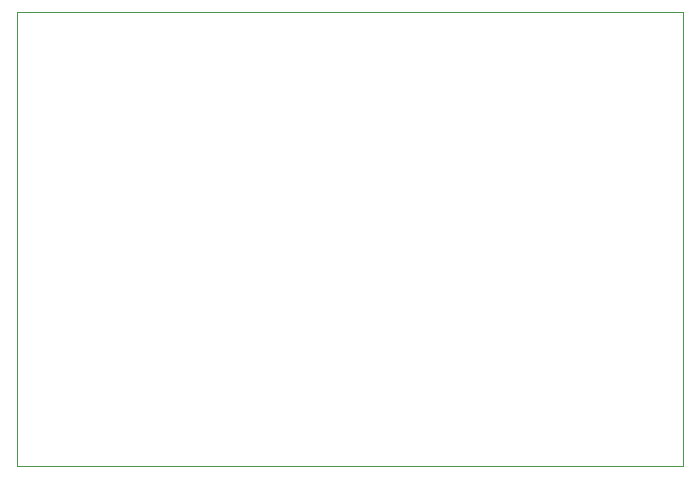
<source format=gbr>
%TF.GenerationSoftware,KiCad,Pcbnew,8.0.6*%
%TF.CreationDate,2025-02-11T20:42:12+01:00*%
%TF.ProjectId,KWLcontrol,4b574c63-6f6e-4747-926f-6c2e6b696361,rev?*%
%TF.SameCoordinates,Original*%
%TF.FileFunction,Profile,NP*%
%FSLAX46Y46*%
G04 Gerber Fmt 4.6, Leading zero omitted, Abs format (unit mm)*
G04 Created by KiCad (PCBNEW 8.0.6) date 2025-02-11 20:42:12*
%MOMM*%
%LPD*%
G01*
G04 APERTURE LIST*
%TA.AperFunction,Profile*%
%ADD10C,0.050000*%
%TD*%
G04 APERTURE END LIST*
D10*
X111300000Y-108300000D02*
X167700000Y-108300000D01*
X167700000Y-146800000D01*
X111300000Y-146800000D01*
X111300000Y-108300000D01*
M02*

</source>
